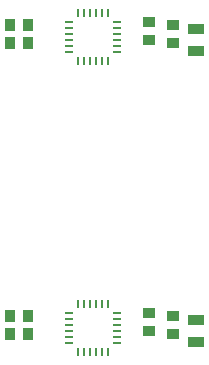
<source format=gtp>
G04 #@! TF.FileFunction,Paste,Top*
%FSLAX46Y46*%
G04 Gerber Fmt 4.6, Leading zero omitted, Abs format (unit mm)*
G04 Created by KiCad (PCBNEW 4.0.7-e2-6376~58~ubuntu16.04.1) date Sat Dec  8 14:23:04 2018*
%MOMM*%
%LPD*%
G01*
G04 APERTURE LIST*
%ADD10C,0.150000*%
%ADD11R,1.397000X0.889000*%
%ADD12O,0.800100X0.248920*%
%ADD13O,0.248920X0.800100*%
%ADD14R,1.000760X0.899160*%
%ADD15R,0.899160X1.000760*%
G04 APERTURE END LIST*
D10*
D11*
X160500000Y-137840500D03*
X160500000Y-135935500D03*
D12*
X149751020Y-135388320D03*
X149751020Y-135888700D03*
X149751020Y-136389080D03*
X149751020Y-136886920D03*
X149751020Y-137387300D03*
X149751020Y-137887680D03*
D13*
X150500320Y-138636980D03*
X151000700Y-138636980D03*
X151501080Y-138636980D03*
X151998920Y-138636980D03*
X152499300Y-138636980D03*
X152999680Y-138636980D03*
D12*
X153748980Y-137887680D03*
X153748980Y-137387300D03*
X153748980Y-136886920D03*
X153748980Y-136389080D03*
X153748980Y-135888700D03*
X153748980Y-135388320D03*
D13*
X152999680Y-134639020D03*
X152499300Y-134639020D03*
X151998920Y-134639020D03*
X151501080Y-134639020D03*
X151000700Y-134639020D03*
X150500320Y-134639020D03*
D14*
X158500000Y-135636160D03*
X158500000Y-137139840D03*
D15*
X144748160Y-137138000D03*
X146251840Y-137138000D03*
D14*
X156500000Y-136889840D03*
X156500000Y-135386160D03*
D15*
X144748160Y-135638000D03*
X146251840Y-135638000D03*
X144748160Y-111000000D03*
X146251840Y-111000000D03*
D14*
X156500000Y-112251840D03*
X156500000Y-110748160D03*
D15*
X144748160Y-112500000D03*
X146251840Y-112500000D03*
D14*
X158500000Y-110998160D03*
X158500000Y-112501840D03*
D12*
X149751020Y-110750320D03*
X149751020Y-111250700D03*
X149751020Y-111751080D03*
X149751020Y-112248920D03*
X149751020Y-112749300D03*
X149751020Y-113249680D03*
D13*
X150500320Y-113998980D03*
X151000700Y-113998980D03*
X151501080Y-113998980D03*
X151998920Y-113998980D03*
X152499300Y-113998980D03*
X152999680Y-113998980D03*
D12*
X153748980Y-113249680D03*
X153748980Y-112749300D03*
X153748980Y-112248920D03*
X153748980Y-111751080D03*
X153748980Y-111250700D03*
X153748980Y-110750320D03*
D13*
X152999680Y-110001020D03*
X152499300Y-110001020D03*
X151998920Y-110001020D03*
X151501080Y-110001020D03*
X151000700Y-110001020D03*
X150500320Y-110001020D03*
D11*
X160500000Y-113202500D03*
X160500000Y-111297500D03*
M02*

</source>
